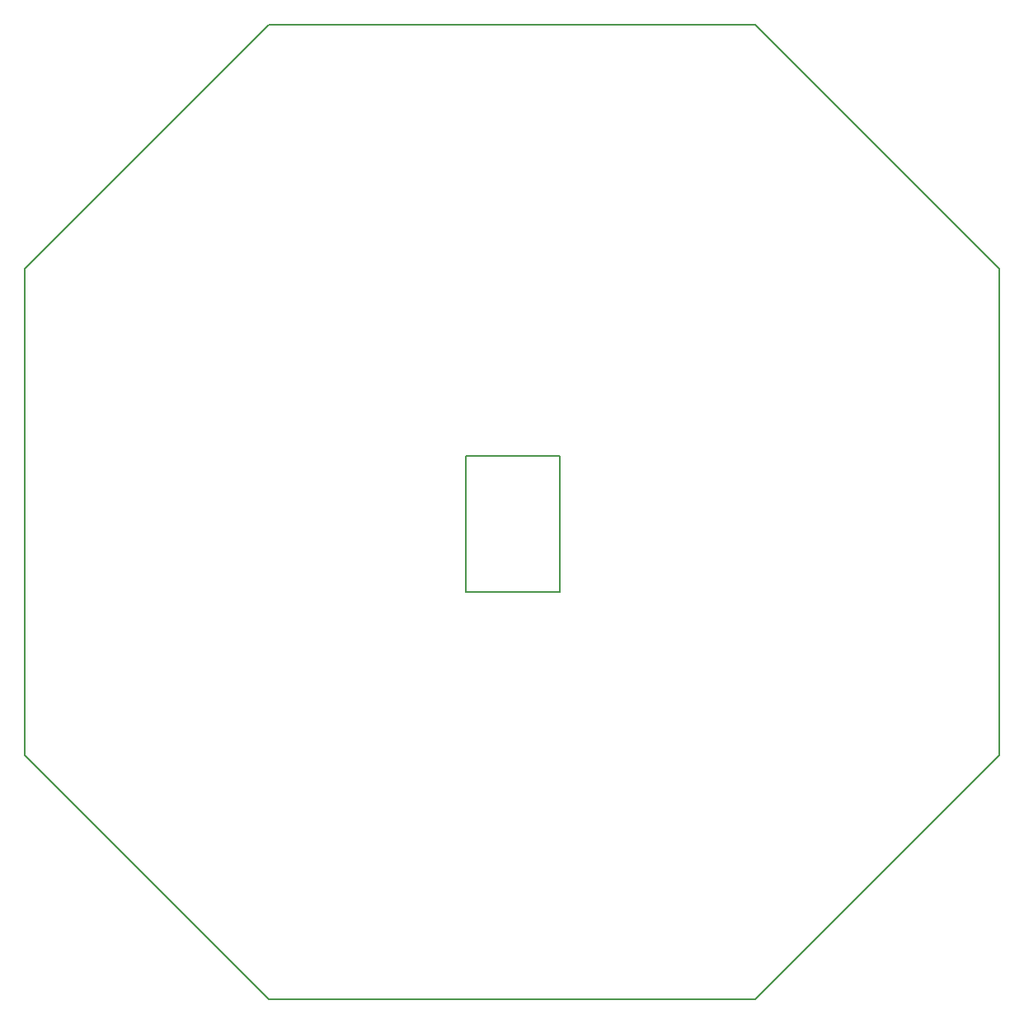
<source format=gbr>
G04 #@! TF.FileFunction,Profile,NP*
%FSLAX46Y46*%
G04 Gerber Fmt 4.6, Leading zero omitted, Abs format (unit mm)*
G04 Created by KiCad (PCBNEW 4.0.2+e4-6225~38~ubuntu14.04.1-stable) date Di 12 Jul 2016 12:55:20 CEST*
%MOMM*%
G01*
G04 APERTURE LIST*
%ADD10C,0.100000*%
%ADD11C,0.150000*%
G04 APERTURE END LIST*
D10*
D11*
X104902000Y-94234000D02*
X95250000Y-94234000D01*
X104902000Y-108204000D02*
X104902000Y-94234000D01*
X95250000Y-108204000D02*
X104902000Y-108204000D01*
X95250000Y-94234000D02*
X95250000Y-108204000D01*
X125000000Y-150000000D02*
X75000000Y-150000000D01*
X150000000Y-125000000D02*
X150000000Y-75000000D01*
X75000000Y-50000000D02*
X125000000Y-50000000D01*
X50000000Y-125000000D02*
X50000000Y-75000000D01*
X50000000Y-75000000D02*
X75000000Y-50000000D01*
X150000000Y-75000000D02*
X125000000Y-50000000D01*
X125000000Y-150000000D02*
X150000000Y-125000000D01*
X75000000Y-150000000D02*
X50000000Y-125000000D01*
M02*

</source>
